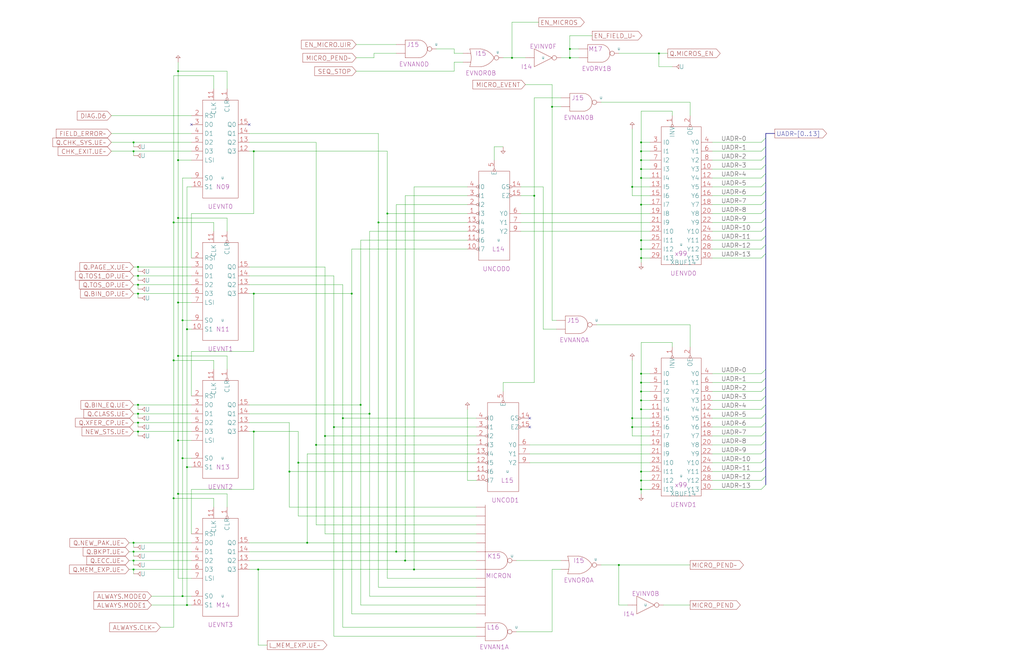
<source format=kicad_sch>
(kicad_sch (version 20220404) (generator eeschema)
  (paper "User" 584.2 378.46)
  (title_block (title "MICRO EVENT GENERATION") (date "22-MAY-90") (rev "1.0") (comment 1 "SEQUENCER") (comment 2 "232-003064") (comment 3 "S400") (comment 4 "RELEASED"))
  (lib_symbols
    (symbol "r1000:F00" (pin_numbers hide) (pin_names hide)
      (property "Reference" "U" (at 15.24 0 0))
      (property "Value" "F00" (at 1.905 -5.08 0))
      (property "Location" "___" (at 1.905 0 0))
      (property "Name" "______" (at 2.54 -12.7 0))
      (symbol "F00_1_1"
        (pin input line (at -7.62 0 0) (length 5.08) (name "D0") (number "1"))
        (pin input line (at -7.62 -5.08 0) (length 5.08) (name "D1") (number "2"))
        (pin output line (at 15.24 -2.54 180) (length 2.54) (name "Q") (number "3"))
      )
      (symbol "F00_1_2"
        (pin input line (at -7.62 0 0) (length 2.54) (name "D0") (number "1"))
        (pin input line (at -7.62 -5.08 0) (length 2.54) (name "D1") (number "2"))
        (pin output line (at 15.24 -2.54 180) (length 5.08) (name "Q") (number "3"))
      )
    )
    (symbol "r1000:F02" (pin_numbers hide) (pin_names hide)
      (property "Reference" "U" (at 12.16 0.635 0))
      (property "Value" "F02" (at -1.27 -4.445 0))
      (property "Location" "___" (at 2.54 0 0))
      (property "Name" "______" (at 2.54 -12.7 0))
      (symbol "F02_1_1"
        (pin input line (at -7.62 0 0) (length 2.54) (name "D0") (number "1"))
        (pin input line (at -7.62 -5.08 0) (length 2.54) (name "D1") (number "2"))
        (pin output line (at 15.24 -2.54 180) (length 1.27) (name "Q") (number "3"))
      )
      (symbol "F02_1_2"
        (pin input line (at -7.62 0 0) (length 2.54) (name "D0") (number "1"))
        (pin input line (at -7.62 -5.08 0) (length 2.54) (name "D1") (number "2"))
        (pin output line (at 15.24 -2.54 180) (length 2.54) (name "Q") (number "3"))
      )
    )
    (symbol "r1000:F04" (pin_numbers hide) (pin_names hide)
      (property "Reference" "U" (at 0 0 0))
      (property "Value" "F04" (at 1.27 -5.08 0))
      (property "Location" "___" (at -12.7 -5.08 0))
      (property "Name" "______" (at 0 5.08 0))
      (symbol "F04_1_1"
        (pin input line (at -10.16 0 0) (length 2.54) (name "D0") (number "1"))
        (pin output line (at 10.16 0 180) (length 2.54) (name "Q") (number "2"))
      )
    )
    (symbol "r1000:F133" (pin_numbers hide) (pin_names hide)
      (property "Reference" "U" (at 12.7 2.54 0))
      (property "Value" "F133" (at 2.54 -2.54 0))
      (property "Location" "___" (at 2.54 2.54 0))
      (property "Name" "______" (at 5.08 -10.16 0))
      (symbol "F133_1_1"
        (pin input line (at -7.62 0 0) (length 5.08) (name "D6") (number "1"))
        (pin input line (at -7.62 30.48 0) (length 5.08) (name "D0") (number "10"))
        (pin input line (at -7.62 25.4 0) (length 5.08) (name "D1") (number "11"))
        (pin input line (at -7.62 20.32 0) (length 5.08) (name "D2") (number "12"))
        (pin input line (at -7.62 15.24 0) (length 5.08) (name "D3") (number "13"))
        (pin input line (at -7.62 10.16 0) (length 5.08) (name "D4") (number "14"))
        (pin input line (at -7.62 5.08 0) (length 5.08) (name "D5") (number "15"))
        (pin input line (at -7.62 -5.08 0) (length 5.08) (name "D7") (number "2"))
        (pin input line (at -7.62 -10.16 0) (length 5.08) (name "D8") (number "3"))
        (pin input line (at -7.62 -15.24 0) (length 5.08) (name "D9") (number "4"))
        (pin input line (at -7.62 -20.32 0) (length 5.08) (name "D10") (number "5"))
        (pin input line (at -7.62 -25.4 0) (length 5.08) (name "D11") (number "6"))
        (pin input line (at -7.62 -30.48 0) (length 5.08) (name "D12") (number "7"))
        (pin output line (at 15.24 0 180) (length 2.54) (name "Q") (number "8"))
      )
    )
    (symbol "r1000:F148" (pin_names (offset 1.016))
      (property "Reference" "U" (at 2.54 5.08 0))
      (property "Value" "F148" (at -6.35 -5.08 0))
      (property "Location" "___" (at -1.27 0 0))
      (property "Name" "______" (at 1.27 -12.7 0))
      (symbol "F148_1_1"
        (pin input line (at -15.24 20.32 0) (length 5.08) (name "I3") (number "1"))
        (pin input line (at -15.24 0 0) (length 5.08) (name "I7") (number "10"))
        (pin input line (at -15.24 5.08 0) (length 5.08) (name "I6") (number "11"))
        (pin input line (at -15.24 10.16 0) (length 5.08) (name "I5") (number "12"))
        (pin input line (at -15.24 15.24 0) (length 5.08) (name "I4") (number "13"))
        (pin output line (at 15.24 35.56 180) (length 5.08) (name "GS") (number "14"))
        (pin output line (at 15.24 30.48 180) (length 5.08) (name "EZ") (number "15"))
        (pin input line (at -15.24 25.4 0) (length 5.08) (name "I2") (number "2"))
        (pin input line (at -15.24 30.48 0) (length 5.08) (name "I1") (number "3"))
        (pin input line (at -15.24 35.56 0) (length 5.08) (name "I0") (number "4"))
        (pin input line (at 0 50.8 270) (length 5.08) (name "E") (number "5"))
        (pin output line (at 15.24 20.32 180) (length 6.35) (name "Y0") (number "6"))
        (pin output line (at 15.24 15.24 180) (length 6.35) (name "Y1") (number "7"))
        (pin output line (at 15.24 10.16 180) (length 6.35) (name "Y2") (number "9"))
      )
    )
    (symbol "r1000:F194" (pin_names (offset 1.016))
      (property "Reference" "U" (at 2.54 5.08 0))
      (property "Value" "F194" (at -3.81 -5.08 0))
      (property "Location" "___" (at -1.27 0 0))
      (property "Name" "______" (at 1.27 -12.7 0))
      (symbol "F194_1_1"
        (pin input line (at 5.08 55.88 270) (length 5.08) (name "CLR") (number "1"))
        (pin input line (at -15.24 0 0) (length 6.35) (name "S1") (number "10"))
        (pin input line (at -2.54 55.88 270) (length 6.35) (name "CLK") (number "11"))
        (pin output line (at 17.78 20.32 180) (length 6.35) (name "Q3") (number "12"))
        (pin output line (at 17.78 25.4 180) (length 6.35) (name "Q2") (number "13"))
        (pin output line (at 17.78 30.48 180) (length 6.35) (name "Q1") (number "14"))
        (pin output line (at 17.78 35.56 180) (length 6.35) (name "Q0") (number "15"))
        (pin input line (at -15.24 40.64 0) (length 6.35) (name "RSI") (number "2"))
        (pin input line (at -15.24 35.56 0) (length 6.35) (name "D0") (number "3"))
        (pin input line (at -15.24 30.48 0) (length 6.35) (name "D1") (number "4"))
        (pin input line (at -15.24 25.4 0) (length 6.35) (name "D2") (number "5"))
        (pin input line (at -15.24 20.32 0) (length 6.35) (name "D3") (number "6"))
        (pin input line (at -15.24 15.24 0) (length 6.35) (name "LSI") (number "7"))
        (pin input line (at -15.24 5.08 0) (length 6.35) (name "S0") (number "9"))
      )
    )
    (symbol "r1000:F37" (pin_numbers hide) (pin_names (offset 0) hide)
      (property "Reference" "U" (at 15.24 0 0))
      (property "Value" "F37" (at 1.905 -5.08 0))
      (property "Location" "___" (at 1.905 0 0))
      (property "Name" "______" (at 2.54 -12.7 0))
      (symbol "F37_1_1"
        (pin input line (at -7.62 0 0) (length 5.08) (name "D0") (number "1"))
        (pin input line (at -7.62 -5.08 0) (length 5.08) (name "D1") (number "2"))
        (pin output line (at 15.24 -2.54 180) (length 2.54) (name "Q") (number "3"))
      )
      (symbol "F37_1_2"
        (pin input line (at -7.62 0 0) (length 2.54) (name "D0") (number "1"))
        (pin input line (at -7.62 -5.08 0) (length 2.54) (name "D1") (number "2"))
        (pin output line (at 15.24 -2.54 180) (length 5.08) (name "Q") (number "3"))
      )
    )
    (symbol "r1000:GB" (pin_numbers hide) (pin_names (offset 0) hide)
      (property "Reference" "GB" (at 3.81 0 0))
      (symbol "GB_1_1"
        (pin bidirectional line (at 0 0 0) (length 2.54) (name "") (number "1"))
      )
    )
    (symbol "r1000:PD" (power) (pin_numbers hide) (pin_names hide) (in_bom no)
      (symbol "PD_1_1"
        (pin power_in line (at 0 0 270) (length 2.54) (name "PD") (number "1"))
      )
    )
    (symbol "r1000:PU" (power) (pin_numbers hide) (pin_names hide)
      (symbol "PU_1_1"
        (pin power_in line (at 0 0 90) (length 2.54) (name "PU") (number "1"))
      )
    )
    (symbol "r1000:XBUF14" (pin_names (offset 1.016))
      (property "Reference" "U" (at 2.54 5.08 0))
      (property "Value" "XBUF14" (at -3.81 -5.08 0))
      (property "Location" "___" (at -1.27 0 0))
      (property "Name" "______" (at 3.81 -12.7 0))
      (symbol "XBUF14_1_1"
        (pin input line (at -2.54 78.74 270) (length 5.08) (name "INV") (number "1"))
        (pin tri_state line (at 20.32 48.26 180) (length 6.35) (name "Y3") (number "10"))
        (pin input line (at -15.24 43.18 0) (length 6.35) (name "I4") (number "11"))
        (pin tri_state line (at 20.32 43.18 180) (length 6.35) (name "Y4") (number "12"))
        (pin input line (at -15.24 38.1 0) (length 6.35) (name "I5") (number "13"))
        (pin tri_state line (at 20.32 38.1 180) (length 6.35) (name "Y5") (number "14"))
        (pin input line (at -15.24 33.02 0) (length 6.35) (name "I6") (number "15"))
        (pin tri_state line (at 20.32 33.02 180) (length 6.35) (name "Y6") (number "16"))
        (pin input line (at -15.24 27.94 0) (length 6.35) (name "I7") (number "17"))
        (pin tri_state line (at 20.32 27.94 180) (length 6.35) (name "Y7") (number "18"))
        (pin input line (at -15.24 22.86 0) (length 6.35) (name "I8") (number "19"))
        (pin input line (at 7.62 78.74 270) (length 5.08) (name "OE") (number "2"))
        (pin tri_state line (at 20.32 22.86 180) (length 6.35) (name "Y8") (number "20"))
        (pin input line (at -15.24 17.78 0) (length 6.35) (name "I9") (number "21"))
        (pin tri_state line (at 20.32 17.78 180) (length 6.35) (name "Y9") (number "22"))
        (pin input line (at -15.24 12.7 0) (length 6.35) (name "I10") (number "23"))
        (pin tri_state line (at 20.32 12.7 180) (length 6.35) (name "Y10") (number "24"))
        (pin input line (at -15.24 7.62 0) (length 6.35) (name "I11") (number "25"))
        (pin tri_state line (at 20.32 7.62 180) (length 6.35) (name "Y11") (number "26"))
        (pin input line (at -15.24 2.54 0) (length 6.35) (name "I12") (number "27"))
        (pin tri_state line (at 20.32 2.54 180) (length 6.35) (name "Y12") (number "28"))
        (pin input line (at -15.24 -2.54 0) (length 6.35) (name "I13") (number "29"))
        (pin input line (at -15.24 63.5 0) (length 6.35) (name "I0") (number "3"))
        (pin tri_state line (at 20.32 -2.54 180) (length 6.35) (name "Y13") (number "30"))
        (pin tri_state line (at 20.32 63.5 180) (length 6.35) (name "Y0") (number "4"))
        (pin input line (at -15.24 58.42 0) (length 6.35) (name "I1") (number "5"))
        (pin tri_state line (at 20.32 58.42 180) (length 6.35) (name "Y1") (number "6"))
        (pin input line (at -15.24 53.34 0) (length 6.35) (name "I2") (number "7"))
        (pin tri_state line (at 20.32 53.34 180) (length 6.35) (name "Y2") (number "8"))
        (pin input line (at -15.24 48.26 0) (length 6.35) (name "I3") (number "9"))
      )
    )
  )
  (junction (at 99.06 284.48))
  (junction (at 106.68 345.44))
  (junction (at 365.76 91.44))
  (junction (at 78.74 157.48))
  (junction (at 236.22 325.12))
  (junction (at 147.32 325.12))
  (junction (at 78.74 231.14))
  (junction (at 365.76 142.24))
  (junction (at 365.76 274.32))
  (junction (at 76.2 314.96))
  (junction (at 360.68 243.84))
  (junction (at 365.76 233.68))
  (junction (at 165.1 269.24))
  (junction (at 101.6 124.46))
  (junction (at 360.68 238.76))
  (junction (at 101.6 40.64))
  (junction (at 226.06 314.96))
  (junction (at 76.2 309.88))
  (junction (at 101.6 251.46))
  (junction (at 104.14 340.36))
  (junction (at 101.6 91.44))
  (junction (at 175.26 309.88))
  (junction (at 76.2 81.28))
  (junction (at 101.6 203.2))
  (junction (at 365.76 86.36))
  (junction (at 170.18 264.16))
  (junction (at 210.82 236.22))
  (junction (at 304.8 111.76))
  (junction (at 231.14 320.04))
  (junction (at 144.78 86.36))
  (junction (at 185.42 248.92))
  (junction (at 180.34 254))
  (junction (at 144.78 167.64))
  (junction (at 78.74 236.22))
  (junction (at 78.74 241.3))
  (junction (at 76.2 320.04))
  (junction (at 99.06 205.74))
  (junction (at 104.14 182.88))
  (junction (at 365.76 279.4))
  (junction (at 292.1 33.02))
  (junction (at 78.74 246.38))
  (junction (at 325.12 33.02))
  (junction (at 353.06 322.58))
  (junction (at 220.98 121.92))
  (junction (at 78.74 162.56))
  (junction (at 195.58 238.76))
  (junction (at 365.76 96.52))
  (junction (at 325.12 27.94))
  (junction (at 365.76 147.32))
  (junction (at 365.76 269.24))
  (junction (at 314.96 60.96))
  (junction (at 365.76 228.6))
  (junction (at 78.74 152.4))
  (junction (at 144.78 246.38))
  (junction (at 76.2 325.12))
  (junction (at 200.66 167.64))
  (junction (at 365.76 116.84))
  (junction (at 365.76 101.6))
  (junction (at 101.6 172.72))
  (junction (at 205.74 231.14))
  (junction (at 99.06 127))
  (junction (at 215.9 127))
  (junction (at 365.76 218.44))
  (junction (at 365.76 213.36))
  (junction (at 101.6 281.94))
  (junction (at 190.5 243.84))
  (junction (at 76.2 86.36))
  (junction (at 78.74 167.64))
  (junction (at 104.14 261.62))
  (junction (at 360.68 106.68))
  (junction (at 365.76 223.52))
  (junction (at 106.68 266.7))
  (junction (at 375.92 30.48))
  (junction (at 365.76 81.28))
  (junction (at 365.76 137.16))
  (junction (at 106.68 187.96))
  (no_connect (at 142.24 71.12))
  (no_connect (at 302.26 238.76))
  (no_connect (at 302.26 243.84))
  (no_connect (at 109.22 71.12))
  (bus_entry (at 436.88 251.46) (size -2.54 2.54))
  (bus_entry (at 436.88 215.9) (size -2.54 2.54))
  (bus_entry (at 436.88 134.62) (size -2.54 2.54))
  (bus_entry (at 436.88 231.14) (size -2.54 2.54))
  (bus_entry (at 436.88 261.62) (size -2.54 2.54))
  (bus_entry (at 436.88 220.98) (size -2.54 2.54))
  (bus_entry (at 436.88 83.82) (size -2.54 2.54))
  (bus_entry (at 436.88 129.54) (size -2.54 2.54))
  (bus_entry (at 436.88 144.78) (size -2.54 2.54))
  (bus_entry (at 436.88 119.38) (size -2.54 2.54))
  (bus_entry (at 436.88 266.7) (size -2.54 2.54))
  (bus_entry (at 436.88 210.82) (size -2.54 2.54))
  (bus_entry (at 436.88 226.06) (size -2.54 2.54))
  (bus_entry (at 436.88 241.3) (size -2.54 2.54))
  (bus_entry (at 436.88 256.54) (size -2.54 2.54))
  (bus_entry (at 436.88 114.3) (size -2.54 2.54))
  (bus_entry (at 436.88 124.46) (size -2.54 2.54))
  (bus_entry (at 436.88 246.38) (size -2.54 2.54))
  (bus_entry (at 436.88 139.7) (size -2.54 2.54))
  (bus_entry (at 436.88 93.98) (size -2.54 2.54))
  (bus_entry (at 436.88 104.14) (size -2.54 2.54))
  (bus_entry (at 436.88 276.86) (size -2.54 2.54))
  (bus_entry (at 436.88 271.78) (size -2.54 2.54))
  (bus_entry (at 436.88 78.74) (size -2.54 2.54))
  (bus_entry (at 436.88 88.9) (size -2.54 2.54))
  (bus_entry (at 436.88 236.22) (size -2.54 2.54))
  (bus_entry (at 436.88 99.06) (size -2.54 2.54))
  (bus_entry (at 436.88 109.22) (size -2.54 2.54))
  (wire (pts (xy 266.7 274.32) (xy 266.7 233.68)))
  (wire (pts (xy 76.2 320.04) (xy 109.22 320.04)))
  (wire (pts (xy 342.9 58.42) (xy 393.7 58.42)))
  (wire (pts (xy 248.92 27.94) (xy 259.08 27.94)))
  (wire (pts (xy 220.98 86.36) (xy 220.98 121.92)))
  (wire (pts (xy 109.22 304.8) (xy 109.22 279.4)))
  (wire (pts (xy 297.18 121.92) (xy 370.84 121.92)))
  (wire (pts (xy 302.26 259.08) (xy 370.84 259.08)))
  (wire (pts (xy 142.24 231.14) (xy 205.74 231.14)))
  (wire (pts (xy 99.06 284.48) (xy 99.06 205.74)))
  (wire (pts (xy 406.4 81.28) (xy 434.34 81.28)))
  (wire (pts (xy 73.66 309.88) (xy 76.2 309.88)))
  (wire (pts (xy 271.78 259.08) (xy 175.26 259.08)))
  (wire (pts (xy 106.68 266.7) (xy 109.22 266.7)))
  (wire (pts (xy 365.76 223.52) (xy 365.76 228.6)))
  (bus (pts (xy 436.88 144.78) (xy 436.88 210.82)))
  (wire (pts (xy 226.06 116.84) (xy 226.06 314.96)))
  (wire (pts (xy 406.4 233.68) (xy 434.34 233.68)))
  (wire (pts (xy 365.76 101.6) (xy 370.84 101.6)))
  (wire (pts (xy 360.68 106.68) (xy 370.84 106.68)))
  (wire (pts (xy 165.1 269.24) (xy 165.1 289.56)))
  (wire (pts (xy 76.2 320.04) (xy 76.2 322.58)))
  (bus (pts (xy 436.88 241.3) (xy 436.88 246.38)))
  (wire (pts (xy 292.1 12.7) (xy 292.1 33.02)))
  (wire (pts (xy 365.76 149.86) (xy 365.76 147.32)))
  (wire (pts (xy 63.5 76.2) (xy 109.22 76.2)))
  (wire (pts (xy 302.26 254) (xy 370.84 254)))
  (wire (pts (xy 266.7 111.76) (xy 231.14 111.76)))
  (wire (pts (xy 325.12 27.94) (xy 325.12 33.02)))
  (wire (pts (xy 144.78 246.38) (xy 170.18 246.38)))
  (wire (pts (xy 317.5 187.96) (xy 309.88 187.96)))
  (wire (pts (xy 185.42 152.4) (xy 185.42 248.92)))
  (wire (pts (xy 266.7 132.08) (xy 210.82 132.08)))
  (wire (pts (xy 190.5 243.84) (xy 190.5 363.22)))
  (wire (pts (xy 76.2 157.48) (xy 78.74 157.48)))
  (wire (pts (xy 365.76 81.28) (xy 365.76 86.36)))
  (wire (pts (xy 76.2 86.36) (xy 76.2 88.9)))
  (wire (pts (xy 200.66 142.24) (xy 200.66 167.64)))
  (wire (pts (xy 406.4 213.36) (xy 434.34 213.36)))
  (wire (pts (xy 109.22 340.36) (xy 104.14 340.36)))
  (wire (pts (xy 78.74 231.14) (xy 78.74 233.68)))
  (wire (pts (xy 406.4 142.24) (xy 434.34 142.24)))
  (wire (pts (xy 365.76 91.44) (xy 365.76 96.52)))
  (bus (pts (xy 436.88 226.06) (xy 436.88 231.14)))
  (wire (pts (xy 63.5 81.28) (xy 76.2 81.28)))
  (wire (pts (xy 78.74 162.56) (xy 109.22 162.56)))
  (wire (pts (xy 78.74 157.48) (xy 78.74 160.02)))
  (wire (pts (xy 76.2 236.22) (xy 78.74 236.22)))
  (bus (pts (xy 436.88 109.22) (xy 436.88 114.3)))
  (bus (pts (xy 436.88 129.54) (xy 436.88 134.62)))
  (wire (pts (xy 406.4 111.76) (xy 434.34 111.76)))
  (wire (pts (xy 406.4 132.08) (xy 434.34 132.08)))
  (bus (pts (xy 436.88 271.78) (xy 436.88 276.86)))
  (wire (pts (xy 210.82 236.22) (xy 210.82 340.36)))
  (wire (pts (xy 297.18 132.08) (xy 370.84 132.08)))
  (wire (pts (xy 147.32 325.12) (xy 147.32 368.3)))
  (wire (pts (xy 309.88 106.68) (xy 309.88 187.96)))
  (wire (pts (xy 106.68 345.44) (xy 106.68 266.7)))
  (wire (pts (xy 180.34 299.72) (xy 271.78 299.72)))
  (wire (pts (xy 340.36 185.42) (xy 393.7 185.42)))
  (wire (pts (xy 360.68 238.76) (xy 360.68 243.84)))
  (bus (pts (xy 436.88 83.82) (xy 436.88 88.9)))
  (wire (pts (xy 142.24 309.88) (xy 175.26 309.88)))
  (wire (pts (xy 365.76 147.32) (xy 370.84 147.32)))
  (wire (pts (xy 365.76 137.16) (xy 365.76 116.84)))
  (wire (pts (xy 101.6 203.2) (xy 101.6 251.46)))
  (wire (pts (xy 203.2 40.64) (xy 259.08 40.64)))
  (wire (pts (xy 121.92 205.74) (xy 121.92 210.82)))
  (wire (pts (xy 142.24 325.12) (xy 147.32 325.12)))
  (wire (pts (xy 375.92 38.1) (xy 375.92 30.48)))
  (wire (pts (xy 365.76 142.24) (xy 370.84 142.24)))
  (wire (pts (xy 78.74 152.4) (xy 78.74 154.94)))
  (wire (pts (xy 109.22 121.92) (xy 144.78 121.92)))
  (wire (pts (xy 365.76 213.36) (xy 370.84 213.36)))
  (wire (pts (xy 406.4 96.52) (xy 434.34 96.52)))
  (wire (pts (xy 406.4 127) (xy 434.34 127)))
  (wire (pts (xy 76.2 325.12) (xy 76.2 327.66)))
  (bus (pts (xy 436.88 76.2) (xy 436.88 78.74)))
  (wire (pts (xy 104.14 101.6) (xy 104.14 182.88)))
  (wire (pts (xy 406.4 86.36) (xy 434.34 86.36)))
  (wire (pts (xy 63.5 66.04) (xy 109.22 66.04)))
  (wire (pts (xy 99.06 205.74) (xy 121.92 205.74)))
  (wire (pts (xy 365.76 274.32) (xy 370.84 274.32)))
  (wire (pts (xy 170.18 246.38) (xy 170.18 264.16)))
  (wire (pts (xy 365.76 218.44) (xy 370.84 218.44)))
  (wire (pts (xy 353.06 322.58) (xy 393.7 322.58)))
  (wire (pts (xy 109.22 182.88) (xy 104.14 182.88)))
  (wire (pts (xy 365.76 147.32) (xy 365.76 142.24)))
  (wire (pts (xy 220.98 121.92) (xy 220.98 330.2)))
  (wire (pts (xy 365.76 228.6) (xy 365.76 233.68)))
  (bus (pts (xy 436.88 119.38) (xy 436.88 124.46)))
  (wire (pts (xy 121.92 127) (xy 99.06 127)))
  (wire (pts (xy 383.54 63.5) (xy 383.54 66.04)))
  (wire (pts (xy 266.7 137.16) (xy 205.74 137.16)))
  (wire (pts (xy 129.54 289.56) (xy 129.54 281.94)))
  (wire (pts (xy 406.4 101.6) (xy 434.34 101.6)))
  (wire (pts (xy 360.68 73.66) (xy 360.68 106.68)))
  (bus (pts (xy 436.88 231.14) (xy 436.88 236.22)))
  (bus (pts (xy 436.88 261.62) (xy 436.88 266.7)))
  (wire (pts (xy 203.2 25.4) (xy 226.06 25.4)))
  (wire (pts (xy 406.4 228.6) (xy 434.34 228.6)))
  (wire (pts (xy 365.76 269.24) (xy 370.84 269.24)))
  (wire (pts (xy 393.7 58.42) (xy 393.7 66.04)))
  (wire (pts (xy 104.14 182.88) (xy 104.14 261.62)))
  (wire (pts (xy 271.78 243.84) (xy 190.5 243.84)))
  (wire (pts (xy 365.76 101.6) (xy 365.76 116.84)))
  (wire (pts (xy 78.74 152.4) (xy 109.22 152.4)))
  (wire (pts (xy 406.4 137.16) (xy 434.34 137.16)))
  (wire (pts (xy 101.6 124.46) (xy 101.6 172.72)))
  (wire (pts (xy 236.22 106.68) (xy 236.22 325.12)))
  (wire (pts (xy 76.2 309.88) (xy 109.22 309.88)))
  (wire (pts (xy 213.36 30.48) (xy 213.36 33.02)))
  (wire (pts (xy 180.34 254) (xy 180.34 299.72)))
  (wire (pts (xy 342.9 322.58) (xy 353.06 322.58)))
  (wire (pts (xy 142.24 157.48) (xy 190.5 157.48)))
  (wire (pts (xy 73.66 325.12) (xy 76.2 325.12)))
  (wire (pts (xy 78.74 241.3) (xy 78.74 243.84)))
  (bus (pts (xy 436.88 99.06) (xy 436.88 104.14)))
  (wire (pts (xy 180.34 81.28) (xy 180.34 254)))
  (wire (pts (xy 271.78 254) (xy 180.34 254)))
  (wire (pts (xy 165.1 241.3) (xy 165.1 269.24)))
  (wire (pts (xy 142.24 81.28) (xy 180.34 81.28)))
  (wire (pts (xy 231.14 320.04) (xy 271.78 320.04)))
  (wire (pts (xy 109.22 187.96) (xy 106.68 187.96)))
  (wire (pts (xy 78.74 236.22) (xy 109.22 236.22)))
  (wire (pts (xy 365.76 63.5) (xy 383.54 63.5)))
  (bus (pts (xy 441.96 76.2) (xy 436.88 76.2)))
  (wire (pts (xy 195.58 358.14) (xy 271.78 358.14)))
  (wire (pts (xy 365.76 96.52) (xy 365.76 101.6)))
  (wire (pts (xy 271.78 238.76) (xy 195.58 238.76)))
  (wire (pts (xy 365.76 195.58) (xy 383.54 195.58)))
  (bus (pts (xy 436.88 256.54) (xy 436.88 261.62)))
  (wire (pts (xy 360.68 205.74) (xy 360.68 238.76)))
  (wire (pts (xy 101.6 35.56) (xy 101.6 40.64)))
  (wire (pts (xy 170.18 264.16) (xy 170.18 294.64)))
  (wire (pts (xy 129.54 40.64) (xy 101.6 40.64)))
  (wire (pts (xy 292.1 33.02) (xy 299.72 33.02)))
  (wire (pts (xy 337.82 20.32) (xy 325.12 20.32)))
  (wire (pts (xy 236.22 325.12) (xy 271.78 325.12)))
  (wire (pts (xy 210.82 340.36) (xy 271.78 340.36)))
  (wire (pts (xy 259.08 30.48) (xy 259.08 27.94)))
  (wire (pts (xy 320.04 325.12) (xy 314.96 325.12)))
  (wire (pts (xy 142.24 162.56) (xy 195.58 162.56)))
  (wire (pts (xy 129.54 132.08) (xy 129.54 124.46)))
  (wire (pts (xy 101.6 172.72) (xy 101.6 203.2)))
  (wire (pts (xy 406.4 116.84) (xy 434.34 116.84)))
  (wire (pts (xy 144.78 86.36) (xy 142.24 86.36)))
  (wire (pts (xy 200.66 350.52) (xy 271.78 350.52)))
  (wire (pts (xy 76.2 81.28) (xy 109.22 81.28)))
  (wire (pts (xy 406.4 106.68) (xy 434.34 106.68)))
  (wire (pts (xy 266.7 127) (xy 215.9 127)))
  (wire (pts (xy 121.92 43.18) (xy 99.06 43.18)))
  (wire (pts (xy 76.2 314.96) (xy 109.22 314.96)))
  (wire (pts (xy 365.76 274.32) (xy 365.76 269.24)))
  (wire (pts (xy 406.4 223.52) (xy 434.34 223.52)))
  (wire (pts (xy 205.74 231.14) (xy 205.74 345.44)))
  (wire (pts (xy 365.76 142.24) (xy 365.76 137.16)))
  (bus (pts (xy 436.88 78.74) (xy 436.88 83.82)))
  (wire (pts (xy 266.7 121.92) (xy 220.98 121.92)))
  (wire (pts (xy 304.8 111.76) (xy 304.8 218.44)))
  (wire (pts (xy 101.6 40.64) (xy 101.6 91.44)))
  (wire (pts (xy 365.76 233.68) (xy 365.76 269.24)))
  (wire (pts (xy 365.76 96.52) (xy 370.84 96.52)))
  (bus (pts (xy 436.88 139.7) (xy 436.88 144.78)))
  (wire (pts (xy 129.54 50.8) (xy 129.54 40.64)))
  (wire (pts (xy 78.74 246.38) (xy 78.74 248.92)))
  (wire (pts (xy 142.24 236.22) (xy 210.82 236.22)))
  (wire (pts (xy 264.16 35.56) (xy 259.08 35.56)))
  (wire (pts (xy 365.76 137.16) (xy 370.84 137.16)))
  (wire (pts (xy 78.74 167.64) (xy 78.74 170.18)))
  (wire (pts (xy 78.74 157.48) (xy 109.22 157.48)))
  (wire (pts (xy 406.4 147.32) (xy 434.34 147.32)))
  (wire (pts (xy 353.06 30.48) (xy 375.92 30.48)))
  (wire (pts (xy 200.66 167.64) (xy 200.66 350.52)))
  (wire (pts (xy 215.9 76.2) (xy 215.9 127)))
  (wire (pts (xy 302.26 264.16) (xy 370.84 264.16)))
  (wire (pts (xy 76.2 167.64) (xy 78.74 167.64)))
  (bus (pts (xy 436.88 134.62) (xy 436.88 139.7)))
  (wire (pts (xy 144.78 279.4) (xy 144.78 246.38)))
  (wire (pts (xy 144.78 86.36) (xy 220.98 86.36)))
  (wire (pts (xy 175.26 259.08) (xy 175.26 309.88)))
  (bus (pts (xy 436.88 210.82) (xy 436.88 215.9)))
  (wire (pts (xy 104.14 340.36) (xy 104.14 261.62)))
  (bus (pts (xy 436.88 266.7) (xy 436.88 271.78)))
  (wire (pts (xy 406.4 274.32) (xy 434.34 274.32)))
  (wire (pts (xy 299.72 48.26) (xy 314.96 48.26)))
  (wire (pts (xy 76.2 246.38) (xy 78.74 246.38)))
  (wire (pts (xy 109.22 279.4) (xy 144.78 279.4)))
  (wire (pts (xy 121.92 284.48) (xy 99.06 284.48)))
  (wire (pts (xy 266.7 142.24) (xy 200.66 142.24)))
  (wire (pts (xy 76.2 325.12) (xy 109.22 325.12)))
  (wire (pts (xy 142.24 76.2) (xy 215.9 76.2)))
  (wire (pts (xy 144.78 167.64) (xy 200.66 167.64)))
  (wire (pts (xy 205.74 137.16) (xy 205.74 231.14)))
  (wire (pts (xy 264.16 30.48) (xy 259.08 30.48)))
  (wire (pts (xy 304.8 55.88) (xy 320.04 55.88)))
  (wire (pts (xy 142.24 320.04) (xy 231.14 320.04)))
  (wire (pts (xy 142.24 167.64) (xy 144.78 167.64)))
  (wire (pts (xy 121.92 50.8) (xy 121.92 43.18)))
  (wire (pts (xy 360.68 238.76) (xy 370.84 238.76)))
  (wire (pts (xy 152.4 368.3) (xy 147.32 368.3)))
  (wire (pts (xy 147.32 325.12) (xy 236.22 325.12)))
  (wire (pts (xy 330.2 27.94) (xy 325.12 27.94)))
  (wire (pts (xy 104.14 261.62) (xy 109.22 261.62)))
  (bus (pts (xy 436.88 251.46) (xy 436.88 256.54)))
  (wire (pts (xy 170.18 294.64) (xy 271.78 294.64)))
  (wire (pts (xy 271.78 248.92) (xy 185.42 248.92)))
  (wire (pts (xy 365.76 218.44) (xy 365.76 223.52)))
  (wire (pts (xy 121.92 289.56) (xy 121.92 284.48)))
  (wire (pts (xy 142.24 314.96) (xy 226.06 314.96)))
  (wire (pts (xy 320.04 33.02) (xy 325.12 33.02)))
  (wire (pts (xy 294.64 360.68) (xy 314.96 360.68)))
  (bus (pts (xy 436.88 246.38) (xy 436.88 251.46)))
  (wire (pts (xy 406.4 279.4) (xy 434.34 279.4)))
  (wire (pts (xy 406.4 248.92) (xy 434.34 248.92)))
  (wire (pts (xy 78.74 231.14) (xy 109.22 231.14)))
  (wire (pts (xy 314.96 325.12) (xy 314.96 360.68)))
  (wire (pts (xy 106.68 106.68) (xy 106.68 187.96)))
  (wire (pts (xy 76.2 81.28) (xy 76.2 83.82)))
  (wire (pts (xy 220.98 330.2) (xy 271.78 330.2)))
  (wire (pts (xy 304.8 55.88) (xy 304.8 111.76)))
  (wire (pts (xy 231.14 111.76) (xy 231.14 320.04)))
  (wire (pts (xy 393.7 185.42) (xy 393.7 198.12)))
  (wire (pts (xy 175.26 309.88) (xy 271.78 309.88)))
  (wire (pts (xy 99.06 127) (xy 99.06 205.74)))
  (bus (pts (xy 436.88 114.3) (xy 436.88 119.38)))
  (wire (pts (xy 266.7 106.68) (xy 236.22 106.68)))
  (wire (pts (xy 76.2 162.56) (xy 78.74 162.56)))
  (wire (pts (xy 271.78 274.32) (xy 266.7 274.32)))
  (wire (pts (xy 86.36 340.36) (xy 104.14 340.36)))
  (wire (pts (xy 142.24 152.4) (xy 185.42 152.4)))
  (wire (pts (xy 365.76 223.52) (xy 370.84 223.52)))
  (wire (pts (xy 365.76 228.6) (xy 370.84 228.6)))
  (wire (pts (xy 101.6 91.44) (xy 101.6 124.46)))
  (bus (pts (xy 436.88 124.46) (xy 436.88 129.54)))
  (wire (pts (xy 406.4 254) (xy 434.34 254)))
  (wire (pts (xy 109.22 147.32) (xy 109.22 121.92)))
  (wire (pts (xy 287.02 33.02) (xy 292.1 33.02)))
  (wire (pts (xy 210.82 132.08) (xy 210.82 236.22)))
  (wire (pts (xy 109.22 101.6) (xy 104.14 101.6)))
  (wire (pts (xy 205.74 345.44) (xy 271.78 345.44)))
  (wire (pts (xy 144.78 121.92) (xy 144.78 86.36)))
  (wire (pts (xy 271.78 264.16) (xy 170.18 264.16)))
  (wire (pts (xy 109.22 345.44) (xy 106.68 345.44)))
  (wire (pts (xy 63.5 86.36) (xy 76.2 86.36)))
  (wire (pts (xy 358.14 345.44) (xy 353.06 345.44)))
  (wire (pts (xy 365.76 279.4) (xy 365.76 274.32)))
  (wire (pts (xy 76.2 314.96) (xy 76.2 317.5)))
  (wire (pts (xy 406.4 91.44) (xy 434.34 91.44)))
  (wire (pts (xy 375.92 30.48) (xy 381 30.48)))
  (wire (pts (xy 91.44 358.14) (xy 99.06 358.14)))
  (wire (pts (xy 271.78 269.24) (xy 165.1 269.24)))
  (wire (pts (xy 101.6 203.2) (xy 129.54 203.2)))
  (wire (pts (xy 360.68 248.92) (xy 360.68 243.84)))
  (wire (pts (xy 129.54 203.2) (xy 129.54 210.82)))
  (wire (pts (xy 99.06 43.18) (xy 99.06 127)))
  (wire (pts (xy 314.96 182.88) (xy 317.5 182.88)))
  (wire (pts (xy 129.54 281.94) (xy 101.6 281.94)))
  (wire (pts (xy 406.4 243.84) (xy 434.34 243.84)))
  (wire (pts (xy 78.74 236.22) (xy 78.74 238.76)))
  (wire (pts (xy 406.4 238.76) (xy 434.34 238.76)))
  (wire (pts (xy 314.96 48.26) (xy 314.96 60.96)))
  (wire (pts (xy 309.88 106.68) (xy 297.18 106.68)))
  (wire (pts (xy 406.4 218.44) (xy 434.34 218.44)))
  (wire (pts (xy 215.9 335.28) (xy 271.78 335.28)))
  (wire (pts (xy 406.4 269.24) (xy 434.34 269.24)))
  (wire (pts (xy 78.74 241.3) (xy 109.22 241.3)))
  (wire (pts (xy 195.58 162.56) (xy 195.58 238.76)))
  (wire (pts (xy 281.94 91.44) (xy 281.94 83.82)))
  (wire (pts (xy 76.2 231.14) (xy 78.74 231.14)))
  (wire (pts (xy 226.06 30.48) (xy 213.36 30.48)))
  (wire (pts (xy 165.1 289.56) (xy 271.78 289.56)))
  (wire (pts (xy 314.96 60.96) (xy 314.96 182.88)))
  (wire (pts (xy 266.7 116.84) (xy 226.06 116.84)))
  (wire (pts (xy 73.66 314.96) (xy 76.2 314.96)))
  (wire (pts (xy 307.34 12.7) (xy 292.1 12.7)))
  (wire (pts (xy 287.02 223.52) (xy 287.02 218.44)))
  (wire (pts (xy 109.22 200.66) (xy 144.78 200.66)))
  (wire (pts (xy 365.76 86.36) (xy 365.76 91.44)))
  (wire (pts (xy 106.68 187.96) (xy 106.68 266.7)))
  (wire (pts (xy 73.66 320.04) (xy 76.2 320.04)))
  (wire (pts (xy 109.22 91.44) (xy 101.6 91.44)))
  (wire (pts (xy 370.84 243.84) (xy 360.68 243.84)))
  (wire (pts (xy 297.18 111.76) (xy 304.8 111.76)))
  (wire (pts (xy 144.78 200.66) (xy 144.78 167.64)))
  (wire (pts (xy 294.64 320.04) (xy 320.04 320.04)))
  (wire (pts (xy 76.2 309.88) (xy 76.2 312.42)))
  (wire (pts (xy 203.2 33.02) (xy 213.36 33.02)))
  (bus (pts (xy 436.88 220.98) (xy 436.88 226.06)))
  (wire (pts (xy 76.2 241.3) (xy 78.74 241.3)))
  (wire (pts (xy 287.02 218.44) (xy 304.8 218.44)))
  (wire (pts (xy 101.6 251.46) (xy 109.22 251.46)))
  (wire (pts (xy 190.5 157.48) (xy 190.5 243.84)))
  (wire (pts (xy 78.74 246.38) (xy 109.22 246.38)))
  (wire (pts (xy 365.76 91.44) (xy 370.84 91.44)))
  (wire (pts (xy 101.6 281.94) (xy 101.6 251.46)))
  (bus (pts (xy 436.88 236.22) (xy 436.88 241.3)))
  (bus (pts (xy 436.88 93.98) (xy 436.88 99.06)))
  (wire (pts (xy 121.92 132.08) (xy 121.92 127)))
  (wire (pts (xy 365.76 116.84) (xy 370.84 116.84)))
  (wire (pts (xy 365.76 233.68) (xy 370.84 233.68)))
  (bus (pts (xy 436.88 88.9) (xy 436.88 93.98)))
  (wire (pts (xy 78.74 167.64) (xy 109.22 167.64)))
  (wire (pts (xy 365.76 279.4) (xy 370.84 279.4)))
  (wire (pts (xy 360.68 106.68) (xy 360.68 111.76)))
  (wire (pts (xy 76.2 152.4) (xy 78.74 152.4)))
  (bus (pts (xy 436.88 104.14) (xy 436.88 109.22)))
  (wire (pts (xy 325.12 33.02) (xy 330.2 33.02)))
  (wire (pts (xy 86.36 345.44) (xy 106.68 345.44)))
  (wire (pts (xy 99.06 284.48) (xy 99.06 358.14)))
  (wire (pts (xy 281.94 83.82) (xy 287.02 83.82)))
  (wire (pts (xy 365.76 195.58) (xy 365.76 213.36)))
  (wire (pts (xy 406.4 121.92) (xy 434.34 121.92)))
  (wire (pts (xy 383.54 38.1) (xy 375.92 38.1)))
  (wire (pts (xy 370.84 111.76) (xy 360.68 111.76)))
  (wire (pts (xy 320.04 60.96) (xy 314.96 60.96)))
  (wire (pts (xy 190.5 363.22) (xy 271.78 363.22)))
  (wire (pts (xy 383.54 195.58) (xy 383.54 198.12)))
  (wire (pts (xy 109.22 226.06) (xy 109.22 200.66)))
  (wire (pts (xy 142.24 241.3) (xy 165.1 241.3)))
  (wire (pts (xy 185.42 304.8) (xy 271.78 304.8)))
  (wire (pts (xy 76.2 86.36) (xy 109.22 86.36)))
  (wire (pts (xy 406.4 259.08) (xy 434.34 259.08)))
  (wire (pts (xy 365.76 86.36) (xy 370.84 86.36)))
  (wire (pts (xy 185.42 248.92) (xy 185.42 304.8)))
  (wire (pts (xy 365.76 81.28) (xy 370.84 81.28)))
  (wire (pts (xy 226.06 314.96) (xy 271.78 314.96)))
  (wire (pts (xy 142.24 246.38) (xy 144.78 246.38)))
  (wire (pts (xy 406.4 264.16) (xy 434.34 264.16)))
  (wire (pts (xy 378.46 345.44) (xy 393.7 345.44)))
  (wire (pts (xy 195.58 238.76) (xy 195.58 358.14)))
  (wire (pts (xy 109.22 172.72) (xy 101.6 172.72)))
  (wire (pts (xy 101.6 281.94) (xy 101.6 330.2)))
  (wire (pts (xy 370.84 248.92) (xy 360.68 248.92)))
  (wire (pts (xy 109.22 330.2) (xy 101.6 330.2)))
  (wire (pts (xy 215.9 127) (xy 215.9 335.28)))
  (wire (pts (xy 365.76 213.36) (xy 365.76 218.44)))
  (wire (pts (xy 365.76 63.5) (xy 365.76 81.28)))
  (wire (pts (xy 325.12 20.32) (xy 325.12 27.94)))
  (wire (pts (xy 101.6 124.46) (xy 129.54 124.46)))
  (wire (pts (xy 78.74 162.56) (xy 78.74 165.1)))
  (wire (pts (xy 109.22 106.68) (xy 106.68 106.68)))
  (wire (pts (xy 297.18 127) (xy 370.84 127)))
  (wire (pts (xy 259.08 35.56) (xy 259.08 40.64)))
  (wire (pts (xy 353.06 345.44) (xy 353.06 322.58)))
  (wire (pts (xy 365.76 281.94) (xy 365.76 279.4)))
  (bus (pts (xy 436.88 215.9) (xy 436.88 220.98)))
  (label "UADR~6" (at 411.48 243.84 0) (effects (font (size 2.54 2.54))))
  (label "UADR~10" (at 411.48 264.16 0) (effects (font (size 2.54 2.54))))
  (label "UADR~9" (at 411.48 127 0) (effects (font (size 2.54 2.54))))
  (label "UADR~1" (at 411.48 218.44 0) (effects (font (size 2.54 2.54))))
  (label "UADR~12" (at 411.48 142.24 0) (effects (font (size 2.54 2.54))))
  (label "UADR~13" (at 411.48 279.4 0) (effects (font (size 2.54 2.54))))
  (label "UADR~8" (at 411.48 121.92 0) (effects (font (size 2.54 2.54))))
  (label "UADR~3" (at 411.48 228.6 0) (effects (font (size 2.54 2.54))))
  (label "UADR~10" (at 411.48 132.08 0) (effects (font (size 2.54 2.54))))
  (label "UADR~5" (at 411.48 106.68 0) (effects (font (size 2.54 2.54))))
  (label "UADR~12" (at 411.48 274.32 0) (effects (font (size 2.54 2.54))))
  (label "UADR~7" (at 411.48 248.92 0) (effects (font (size 2.54 2.54))))
  (label "UADR~0" (at 411.48 81.28 0) (effects (font (size 2.54 2.54))))
  (label "UADR~8" (at 411.48 254 0) (effects (font (size 2.54 2.54))))
  (label "UADR~0" (at 411.48 213.36 0) (effects (font (size 2.54 2.54))))
  (label "UADR~2" (at 411.48 223.52 0) (effects (font (size 2.54 2.54))))
  (label "UADR~7" (at 411.48 116.84 0) (effects (font (size 2.54 2.54))))
  (label "UADR~1" (at 411.48 86.36 0) (effects (font (size 2.54 2.54))))
  (label "UADR~2" (at 411.48 91.44 0) (effects (font (size 2.54 2.54))))
  (label "UADR~4" (at 411.48 233.68 0) (effects (font (size 2.54 2.54))))
  (label "UADR~11" (at 411.48 137.16 0) (effects (font (size 2.54 2.54))))
  (label "UADR~6" (at 411.48 111.76 0) (effects (font (size 2.54 2.54))))
  (label "UADR~13" (at 411.48 147.32 0) (effects (font (size 2.54 2.54))))
  (label "UADR~9" (at 411.48 259.08 0) (effects (font (size 2.54 2.54))))
  (label "UADR~5" (at 411.48 238.76 0) (effects (font (size 2.54 2.54))))
  (label "UADR~11" (at 411.48 269.24 0) (effects (font (size 2.54 2.54))))
  (label "UADR~3" (at 411.48 96.52 0) (effects (font (size 2.54 2.54))))
  (label "UADR~4" (at 411.48 101.6 0) (effects (font (size 2.54 2.54))))
  (global_label "L_MEM_EXP.UE~" (shape output) (at 152.4 368.3 0) (effects (font (size 2.54 2.54))) (property "Intersheet References" "${INTERSHEET_REFS}" (at 186.4965 368.1413 0) (effects (font (size 1.905 1.905)) (justify left))))
  (global_label "EN_MICRO.UIR" (shape input) (at 203.2 25.4 180) (effects (font (size 2.54 2.54))) (property "Intersheet References" "${INTERSHEET_REFS}" (at 172.0064 25.2413 0) (effects (font (size 1.905 1.905)) (justify right))))
  (global_label "Q.MEM_EXP.UE~" (shape input) (at 73.66 325.12 180) (effects (font (size 2.54 2.54))) (property "Intersheet References" "${INTERSHEET_REFS}" (at 39.6845 324.9613 0) (effects (font (size 1.905 1.905)) (justify right))))
  (global_label "ALWAYS.CLK~" (shape input) (at 91.44 358.14 180) (effects (font (size 2.54 2.54))) (property "Intersheet References" "${INTERSHEET_REFS}" (at 56.3759 357.9813 0) (effects (font (size 1.905 1.905)) (justify right))))
  (global_label "MICRO_PEND~" (shape input) (at 203.2 33.02 180) (effects (font (size 2.54 2.54))) (property "Intersheet References" "${INTERSHEET_REFS}" (at 172.7321 32.8613 0) (effects (font (size 1.905 1.905)) (justify right))))
  (global_label "Q.BIN_OP.UE~" (shape input) (at 76.2 167.64 180) (effects (font (size 2.54 2.54))) (property "Intersheet References" "${INTERSHEET_REFS}" (at 45.974 167.4813 0) (effects (font (size 1.905 1.905)) (justify right))))
  (global_label "MICRO_PEND" (shape output) (at 393.7 345.44 0) (effects (font (size 2.54 2.54))) (property "Intersheet References" "${INTERSHEET_REFS}" (at 422.3536 345.2813 0) (effects (font (size 1.905 1.905)) (justify left))))
  (global_label "DIAG.D6" (shape input) (at 63.5 66.04 180) (effects (font (size 2.54 2.54))) (property "Intersheet References" "${INTERSHEET_REFS}" (at 44.0388 65.8813 0) (effects (font (size 1.905 1.905)) (justify right))))
  (global_label "Q.TOS_OP.UE~" (shape input) (at 76.2 162.56 180) (effects (font (size 2.54 2.54))) (property "Intersheet References" "${INTERSHEET_REFS}" (at 45.3692 162.4013 0) (effects (font (size 1.905 1.905)) (justify right))))
  (global_label "NEW_STS.UE~" (shape input) (at 76.2 246.38 180) (effects (font (size 2.54 2.54))) (property "Intersheet References" "${INTERSHEET_REFS}" (at 46.8207 246.2213 0) (effects (font (size 1.905 1.905)) (justify right))))
  (global_label "MICRO_PEND~" (shape output) (at 393.7 322.58 0) (effects (font (size 2.54 2.54))) (property "Intersheet References" "${INTERSHEET_REFS}" (at 424.1679 322.4213 0) (effects (font (size 1.905 1.905)) (justify left))))
  (global_label "UADR~[0..13]" (shape output) (at 441.96 76.2 0) (effects (font (size 2.54 2.54))) (property "Intersheet References" "${INTERSHEET_REFS}" (at 471.5812 76.0413 0) (effects (font (size 1.905 1.905)) (justify left))))
  (global_label "Q.MICROS_EN" (shape output) (at 381 30.48 0) (effects (font (size 2.54 2.54))) (property "Intersheet References" "${INTERSHEET_REFS}" (at 410.8631 30.3213 0) (effects (font (size 1.905 1.905)) (justify left))))
  (global_label "Q.CHK_SYS.UE~" (shape input) (at 63.5 81.28 180) (effects (font (size 2.54 2.54))) (property "Intersheet References" "${INTERSHEET_REFS}" (at 30.1292 81.1213 0) (effects (font (size 1.905 1.905)) (justify right))))
  (global_label "Q.NEW_PAK.UE~" (shape input) (at 73.66 309.88 180) (effects (font (size 2.54 2.54))) (property "Intersheet References" "${INTERSHEET_REFS}" (at 39.9264 309.7213 0) (effects (font (size 1.905 1.905)) (justify right))))
  (global_label "SEQ_STOP" (shape input) (at 203.2 40.64 180) (effects (font (size 2.54 2.54))) (property "Intersheet References" "${INTERSHEET_REFS}" (at 179.5054 40.4813 0) (effects (font (size 1.905 1.905)) (justify right))))
  (global_label "FIELD_ERROR~" (shape input) (at 63.5 76.2 180) (effects (font (size 2.54 2.54))) (property "Intersheet References" "${INTERSHEET_REFS}" (at 32.0645 76.0413 0) (effects (font (size 1.905 1.905)) (justify right))))
  (global_label "EN_FIELD_U~" (shape output) (at 337.82 20.32 0) (effects (font (size 2.54 2.54))) (property "Intersheet References" "${INTERSHEET_REFS}" (at 366.2317 20.1613 0) (effects (font (size 1.905 1.905)) (justify left))))
  (global_label "Q.BIN_EQ.UE~" (shape input) (at 76.2 231.14 180) (effects (font (size 2.54 2.54))) (property "Intersheet References" "${INTERSHEET_REFS}" (at 46.2159 230.9813 0) (effects (font (size 1.905 1.905)) (justify right))))
  (global_label "Q.PAGE_X.UE~" (shape input) (at 76.2 152.4 180) (effects (font (size 2.54 2.54))) (property "Intersheet References" "${INTERSHEET_REFS}" (at 45.6111 152.2413 0) (effects (font (size 1.905 1.905)) (justify right))))
  (global_label "Q.ECC.UE~" (shape input) (at 73.66 320.04 180) (effects (font (size 2.54 2.54))) (property "Intersheet References" "${INTERSHEET_REFS}" (at 49.6026 319.8813 0) (effects (font (size 1.905 1.905)) (justify right))))
  (global_label "EN_MICROS" (shape output) (at 307.34 12.7 0) (effects (font (size 2.54 2.54))) (property "Intersheet References" "${INTERSHEET_REFS}" (at 333.3327 12.5413 0) (effects (font (size 1.905 1.905)) (justify left))))
  (global_label "ALWAYS.MODE0" (shape input) (at 86.36 340.36 180) (effects (font (size 2.54 2.54))) (property "Intersheet References" "${INTERSHEET_REFS}" (at 53.594 340.2013 0) (effects (font (size 1.905 1.905)) (justify right))))
  (global_label "ALWAYS.MODE1" (shape input) (at 86.36 345.44 180) (effects (font (size 2.54 2.54))) (property "Intersheet References" "${INTERSHEET_REFS}" (at 53.594 345.2813 0) (effects (font (size 1.905 1.905)) (justify right))))
  (global_label "MICRO_EVENT" (shape input) (at 299.72 48.26 180) (effects (font (size 2.54 2.54))) (property "Intersheet References" "${INTERSHEET_REFS}" (at 269.7359 48.1013 0) (effects (font (size 1.905 1.905)) (justify right))))
  (global_label "Q.BKPT.UE~" (shape input) (at 73.66 314.96 180) (effects (font (size 2.54 2.54))) (property "Intersheet References" "${INTERSHEET_REFS}" (at 47.4254 314.8013 0) (effects (font (size 1.905 1.905)) (justify right))))
  (global_label "Q.CLASS.UE~" (shape input) (at 76.2 236.22 180) (effects (font (size 2.54 2.54))) (property "Intersheet References" "${INTERSHEET_REFS}" (at 47.9092 236.0613 0) (effects (font (size 1.905 1.905)) (justify right))))
  (global_label "CHK_EXIT.UE~" (shape input) (at 63.5 86.36 180) (effects (font (size 2.54 2.54))) (property "Intersheet References" "${INTERSHEET_REFS}" (at 33.153 86.2013 0) (effects (font (size 1.905 1.905)) (justify right))))
  (global_label "Q.TOS1_OP.UE~" (shape input) (at 76.2 157.48 180) (effects (font (size 2.54 2.54))) (property "Intersheet References" "${INTERSHEET_REFS}" (at 42.9502 157.3213 0) (effects (font (size 1.905 1.905)) (justify right))))
  (global_label "Q.XFER_CP.UE~" (shape input) (at 76.2 241.3 180) (effects (font (size 2.54 2.54))) (property "Intersheet References" "${INTERSHEET_REFS}" (at 43.0711 241.1413 0) (effects (font (size 1.905 1.905)) (justify right))))
  (symbol (lib_id "r1000:F02") (at 327.66 320.04 0) (unit 1)
    (default_instance (reference "U") (unit 1) (value "") (footprint ""))
    (property "Reference" "U" (at 339.82 319.405 0))
    (property "Location" "I15" (at 330.2 320.04 0) (effects (font (size 2.54 2.54))))
    (property "Name" "EVNOR0A" (at 330.2 332.74 0) (effects (font (size 2.54 2.54)) (justify bottom)))
  )
  (symbol (lib_id "r1000:F04") (at 368.3 345.44 0) (unit 1)
    (default_instance (reference "U") (unit 1) (value "") (footprint ""))
    (property "Reference" "U" (at 368.3 345.44 0))
    (property "Location" "I14" (at 355.6 350.52 0) (effects (font (size 2.54 2.54)) (justify left)))
    (property "Name" "EVINV0B" (at 368.3 340.36 0) (effects (font (size 2.54 2.54)) (justify bottom)))
  )
  (symbol (lib_id "r1000:GB") (at 76.2 312.42 0) (unit 1)
    (default_instance (reference "U") (unit 1) (value "") (footprint ""))
    (property "Reference" "U" (at 80.01 312.42 0) (effects (font (size 2.54 2.54)) (justify left)))
  )
  (symbol (lib_id "r1000:F148") (at 287.02 274.32 0) (unit 1)
    (default_instance (reference "U") (unit 1) (value "") (footprint ""))
    (property "Reference" "U" (at 289.56 269.24 0))
    (property "Location" "L15" (at 285.75 274.32 0) (effects (font (size 2.54 2.54)) (justify left)))
    (property "Name" "UNCOD1" (at 288.29 287.02 0) (effects (font (size 2.54 2.54)) (justify bottom)))
  )
  (symbol (lib_id "r1000:PD") (at 365.76 281.94 0) (unit 1) (in_bom no)
    (default_instance (reference "U") (unit 1) (value "") (footprint ""))
    (property "Reference" "U" (effects hide))
  )
  (symbol (lib_id "r1000:PU") (at 266.7 233.68 0) (unit 1)
    (default_instance (reference "U") (unit 1) (value "") (footprint ""))
    (property "Reference" "U" (effects hide))
  )
  (symbol (lib_id "r1000:GB") (at 76.2 88.9 0) (unit 1)
    (default_instance (reference "U") (unit 1) (value "") (footprint ""))
    (property "Reference" "U" (at 80.01 88.9 0) (effects (font (size 2.54 2.54)) (justify left)))
  )
  (symbol (lib_id "r1000:F194") (at 124.46 187.96 0) (unit 1)
    (default_instance (reference "U") (unit 1) (value "") (footprint ""))
    (property "Reference" "U" (at 127 182.88 0))
    (property "Location" "N11" (at 123.19 187.96 0) (effects (font (size 2.54 2.54)) (justify left)))
    (property "Name" "UEVNT1" (at 125.73 200.66 0) (effects (font (size 2.54 2.54)) (justify bottom)))
  )
  (symbol (lib_id "r1000:F00") (at 325.12 182.88 0) (unit 1)
    (default_instance (reference "U") (unit 1) (value "") (footprint ""))
    (property "Reference" "U" (at 340.36 182.88 0))
    (property "Location" "J15" (at 327.025 182.88 0) (effects (font (size 2.54 2.54))))
    (property "Name" "EVNAN0A" (at 327.66 195.58 0) (effects (font (size 2.54 2.54)) (justify bottom)))
  )
  (symbol (lib_id "r1000:GB") (at 78.74 170.18 0) (unit 1)
    (default_instance (reference "U") (unit 1) (value "") (footprint ""))
    (property "Reference" "U" (at 82.55 170.18 0) (effects (font (size 2.54 2.54)) (justify left)))
  )
  (symbol (lib_id "r1000:GB") (at 76.2 317.5 0) (unit 1)
    (default_instance (reference "U") (unit 1) (value "") (footprint ""))
    (property "Reference" "U" (at 80.01 317.5 0) (effects (font (size 2.54 2.54)) (justify left)))
  )
  (symbol (lib_id "r1000:F00") (at 233.68 25.4 0) (unit 1)
    (default_instance (reference "U") (unit 1) (value "") (footprint ""))
    (property "Reference" "U" (at 248.92 25.4 0))
    (property "Location" "J15" (at 235.585 25.4 0) (effects (font (size 2.54 2.54))))
    (property "Name" "EVNAN0D" (at 236.22 38.1 0) (effects (font (size 2.54 2.54)) (justify bottom)))
  )
  (symbol (lib_id "r1000:F194") (at 124.46 345.44 0) (unit 1)
    (default_instance (reference "U") (unit 1) (value "") (footprint ""))
    (property "Reference" "U" (at 127 340.36 0))
    (property "Location" "M14" (at 123.19 345.44 0) (effects (font (size 2.54 2.54)) (justify left)))
    (property "Name" "UEVNT3" (at 125.73 358.14 0) (effects (font (size 2.54 2.54)) (justify bottom)))
  )
  (symbol (lib_id "r1000:PU") (at 360.68 73.66 0) (unit 1)
    (default_instance (reference "U") (unit 1) (value "") (footprint ""))
    (property "Reference" "U" (effects hide))
  )
  (symbol (lib_id "r1000:F37") (at 337.82 27.94 0) (unit 1)
    (default_instance (reference "U") (unit 1) (value "") (footprint ""))
    (property "Reference" "U" (at 353.06 27.94 0))
    (property "Location" "M17" (at 339.725 27.94 0) (effects (font (size 2.54 2.54))))
    (property "Name" "EVDRV1B" (at 340.36 40.64 0) (effects (font (size 2.54 2.54)) (justify bottom)))
  )
  (symbol (lib_id "r1000:PU") (at 101.6 35.56 0) (unit 1)
    (default_instance (reference "U") (unit 1) (value "") (footprint ""))
    (property "Reference" "U" (effects hide))
  )
  (symbol (lib_id "r1000:F00") (at 279.4 358.14 0) (unit 1)
    (default_instance (reference "U") (unit 1) (value "") (footprint ""))
    (property "Reference" "U" (at 294.64 358.14 0))
    (property "Location" "L16" (at 281.305 358.14 0) (effects (font (size 2.54 2.54))))
    (property "Name" "EVNAN1A" (at 281.94 370.84 0) (effects (font (size 2.54 2.54)) (justify bottom)))
  )
  (symbol (lib_id "r1000:F133") (at 279.4 320.04 0) (unit 1)
    (default_instance (reference "U") (unit 1) (value "") (footprint ""))
    (property "Reference" "U" (at 292.1 317.5 0))
    (property "Location" "K15" (at 281.94 317.5 0) (effects (font (size 2.54 2.54))))
    (property "Name" "MICRON" (at 284.48 330.2 0) (effects (font (size 2.54 2.54)) (justify bottom)))
  )
  (symbol (lib_id "r1000:GB") (at 78.74 248.92 0) (unit 1)
    (default_instance (reference "U") (unit 1) (value "") (footprint ""))
    (property "Reference" "U" (at 82.55 248.92 0) (effects (font (size 2.54 2.54)) (justify left)))
  )
  (symbol (lib_id "r1000:XBUF14") (at 386.08 144.78 0) (unit 1)
    (default_instance (reference "U") (unit 1) (value "XBUF14") (footprint ""))
    (property "Reference" "U" (at 388.62 139.7 0))
    (property "Value" "XBUF14" (at 382.27 149.86 0) (effects (font (size 2.54 2.54)) (justify left)))
    (property "Location" "x99" (at 384.81 144.78 0) (effects (font (size 2.54 2.54)) (justify left)))
    (property "Name" "UENVD0" (at 389.89 157.48 0) (effects (font (size 2.54 2.54)) (justify bottom)))
  )
  (symbol (lib_id "r1000:GB") (at 78.74 233.68 0) (unit 1)
    (default_instance (reference "U") (unit 1) (value "") (footprint ""))
    (property "Reference" "U" (at 82.55 233.68 0) (effects (font (size 2.54 2.54)) (justify left)))
  )
  (symbol (lib_id "r1000:F04") (at 309.88 33.02 0) (unit 1)
    (default_instance (reference "U") (unit 1) (value "") (footprint ""))
    (property "Reference" "U" (at 309.88 33.02 0))
    (property "Location" "I14" (at 297.18 38.1 0) (effects (font (size 2.54 2.54)) (justify left)))
    (property "Name" "EVINV0F" (at 309.88 27.94 0) (effects (font (size 2.54 2.54)) (justify bottom)))
  )
  (symbol (lib_id "r1000:F194") (at 124.46 106.68 0) (unit 1)
    (default_instance (reference "U") (unit 1) (value "") (footprint ""))
    (property "Reference" "U" (at 127 101.6 0))
    (property "Location" "N09" (at 123.19 106.68 0) (effects (font (size 2.54 2.54)) (justify left)))
    (property "Name" "UEVNT0" (at 125.73 119.38 0) (effects (font (size 2.54 2.54)) (justify bottom)))
  )
  (symbol (lib_id "r1000:GB") (at 76.2 322.58 0) (unit 1)
    (default_instance (reference "U") (unit 1) (value "") (footprint ""))
    (property "Reference" "U" (at 80.01 322.58 0) (effects (font (size 2.54 2.54)) (justify left)))
  )
  (symbol (lib_id "r1000:GB") (at 76.2 83.82 0) (unit 1)
    (default_instance (reference "U") (unit 1) (value "") (footprint ""))
    (property "Reference" "U" (at 80.01 83.82 0) (effects (font (size 2.54 2.54)) (justify left)))
  )
  (symbol (lib_id "r1000:F00") (at 327.66 55.88 0) (unit 1)
    (default_instance (reference "U") (unit 1) (value "") (footprint ""))
    (property "Reference" "U" (at 342.9 55.88 0))
    (property "Location" "J15" (at 329.565 55.88 0) (effects (font (size 2.54 2.54))))
    (property "Name" "EVNAN0B" (at 330.2 68.58 0) (effects (font (size 2.54 2.54)) (justify bottom)))
  )
  (symbol (lib_id "r1000:F194") (at 124.46 266.7 0) (unit 1)
    (default_instance (reference "U") (unit 1) (value "") (footprint ""))
    (property "Reference" "U" (at 127 261.62 0))
    (property "Location" "N13" (at 123.19 266.7 0) (effects (font (size 2.54 2.54)) (justify left)))
    (property "Name" "UEVNT2" (at 125.73 279.4 0) (effects (font (size 2.54 2.54)) (justify bottom)))
  )
  (symbol (lib_id "r1000:GB") (at 76.2 327.66 0) (unit 1)
    (default_instance (reference "U") (unit 1) (value "") (footprint ""))
    (property "Reference" "U" (at 80.01 327.66 0) (effects (font (size 2.54 2.54)) (justify left)))
  )
  (symbol (lib_id "r1000:F148") (at 281.94 142.24 0) (unit 1)
    (default_instance (reference "U") (unit 1) (value "") (footprint ""))
    (property "Reference" "U" (at 284.48 137.16 0))
    (property "Location" "L14" (at 280.67 142.24 0) (effects (font (size 2.54 2.54)) (justify left)))
    (property "Name" "UNCOD0" (at 283.21 154.94 0) (effects (font (size 2.54 2.54)) (justify bottom)))
  )
  (symbol (lib_id "r1000:GB") (at 78.74 238.76 0) (unit 1)
    (default_instance (reference "U") (unit 1) (value "") (footprint ""))
    (property "Reference" "U" (at 82.55 238.76 0) (effects (font (size 2.54 2.54)) (justify left)))
  )
  (symbol (lib_id "r1000:PD") (at 287.02 83.82 0) (unit 1) (in_bom no)
    (default_instance (reference "U") (unit 1) (value "") (footprint ""))
    (property "Reference" "U" (effects hide))
  )
  (symbol (lib_id "r1000:PU") (at 360.68 205.74 0) (unit 1)
    (default_instance (reference "U") (unit 1) (value "") (footprint ""))
    (property "Reference" "U" (effects hide))
  )
  (symbol (lib_id "r1000:GB") (at 78.74 160.02 0) (unit 1)
    (default_instance (reference "U") (unit 1) (value "") (footprint ""))
    (property "Reference" "U" (at 82.55 160.02 0) (effects (font (size 2.54 2.54)) (justify left)))
  )
  (symbol (lib_id "r1000:F02") (at 271.78 30.48 0) (unit 1)
    (default_instance (reference "U") (unit 1) (value "") (footprint ""))
    (property "Reference" "U" (at 283.94 29.845 0))
    (property "Location" "I15" (at 274.32 30.48 0) (effects (font (size 2.54 2.54))))
    (property "Name" "EVNOR0B" (at 274.32 43.18 0) (effects (font (size 2.54 2.54)) (justify bottom)))
  )
  (symbol (lib_id "r1000:GB") (at 78.74 243.84 0) (unit 1)
    (default_instance (reference "U") (unit 1) (value "") (footprint ""))
    (property "Reference" "U" (at 82.55 243.84 0) (effects (font (size 2.54 2.54)) (justify left)))
  )
  (symbol (lib_id "r1000:PD") (at 365.76 149.86 0) (unit 1) (in_bom no)
    (default_instance (reference "U") (unit 1) (value "") (footprint ""))
    (property "Reference" "U" (effects hide))
  )
  (symbol (lib_id "r1000:GB") (at 78.74 154.94 0) (unit 1)
    (default_instance (reference "U") (unit 1) (value "") (footprint ""))
    (property "Reference" "U" (at 82.55 154.94 0) (effects (font (size 2.54 2.54)) (justify left)))
  )
  (symbol (lib_id "r1000:XBUF14") (at 386.08 276.86 0) (unit 1)
    (default_instance (reference "U") (unit 1) (value "XBUF14") (footprint ""))
    (property "Reference" "U" (at 388.62 271.78 0))
    (property "Value" "XBUF14" (at 382.27 281.94 0) (effects (font (size 2.54 2.54)) (justify left)))
    (property "Location" "x99" (at 384.81 276.86 0) (effects (font (size 2.54 2.54)) (justify left)))
    (property "Name" "UENVD1" (at 389.89 289.56 0) (effects (font (size 2.54 2.54)) (justify bottom)))
  )
  (symbol (lib_id "r1000:GB") (at 78.74 165.1 0) (unit 1)
    (default_instance (reference "U") (unit 1) (value "") (footprint ""))
    (property "Reference" "U" (at 82.55 165.1 0) (effects (font (size 2.54 2.54)) (justify left)))
  )
  (symbol (lib_id "r1000:GB") (at 383.54 38.1 0) (unit 1)
    (default_instance (reference "U") (unit 1) (value "") (footprint ""))
    (property "Reference" "U" (at 387.35 38.1 0) (effects (font (size 2.54 2.54)) (justify left)))
  )
)
</source>
